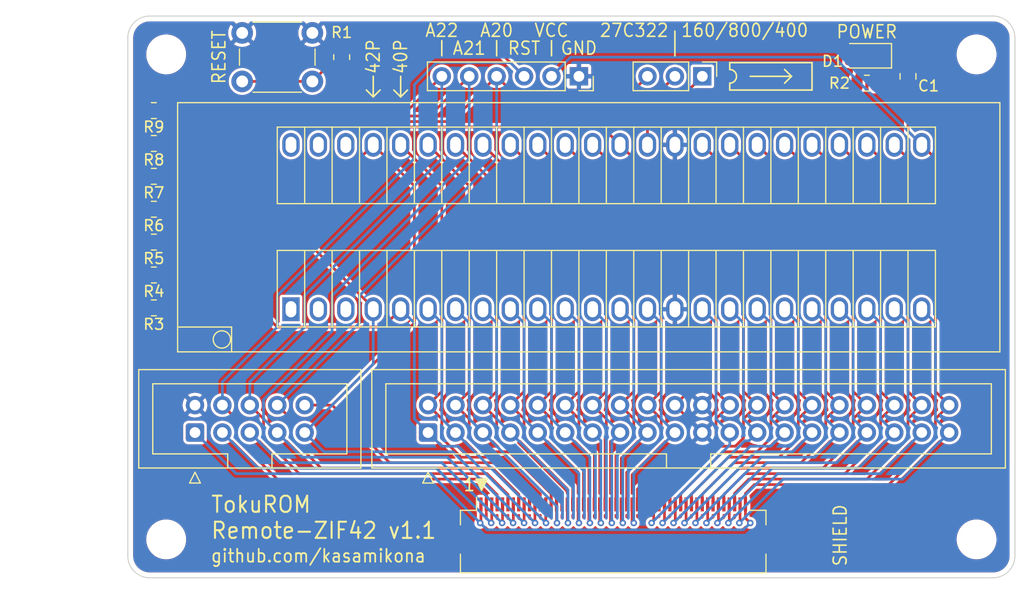
<source format=kicad_pcb>
(kicad_pcb (version 20221018) (generator pcbnew)
  (title_block (title "TokuROM Remote-ZIF42") (rev "1.1") (company "github.com/kasamikona/TokuROM"))
  (layers (0 "F.Cu" signal) (31 "B.Cu" signal) (34 "B.Paste" user) (35 "F.Paste" user) (36 "B.SilkS" user "B.Silkscreen") (37 "F.SilkS" user "F.Silkscreen") (38 "B.Mask" user) (39 "F.Mask" user) (44 "Edge.Cuts" user))
  (net 0 "")
  (net 1 "/A17")
  (net 2 "/A8")
  (net 3 "/A7")
  (net 4 "/A9")
  (net 5 "/A6")
  (net 6 "/A10")
  (net 7 "/A5")
  (net 8 "/A11")
  (net 9 "/A4")
  (net 10 "/A12")
  (net 11 "/A3")
  (net 12 "/A13")
  (net 13 "/A2")
  (net 14 "/A14")
  (net 15 "/A1")
  (net 16 "/A15")
  (net 17 "/A0")
  (net 18 "/A16")
  (net 19 "/CE")
  (net 20 "/BYTE")
  (net 21 "/GND")
  (net 22 "/OE")
  (net 23 "/D15")
  (net 24 "/D0")
  (net 25 "/D7")
  (net 26 "/D8")
  (net 27 "/D14")
  (net 28 "/D1")
  (net 29 "/D6")
  (net 30 "/D9")
  (net 31 "/D13")
  (net 32 "/D2")
  (net 33 "/D5")
  (net 34 "/D10")
  (net 35 "/D12")
  (net 36 "/D3")
  (net 37 "/D4")
  (net 38 "/D11")
  (net 39 "/VCC")
  (net 40 "/A21")
  (net 41 "/A18")
  (net 42 "/A19")
  (net 43 "/A20")
  (net 44 "/A22")
  (net 45 "/TRESET")
  (net 46 "/BYTE_A20")
  (net 47 "Net-(D1-A)")
  (net 54 "Net-(R1-Pad2)")
  (net 55 "/NC2")
  (net 56 "/NC1")
  (footprint "Resistor_SMD:R_0805_2012Metric" (layer "F.Cu") (at 27.94 40.005 180)
    (fp_text reference "R4")
    (fp_text value "10K")
  )
  (footprint "Connector_IDC:IDC-Header_2x05_P2.54mm_Vertical" (layer "F.Cu") (at 31.75 54.61 90)
    (fp_text reference "J3" hide)
    (fp_text value "IDC-10")
  )
  (footprint "Capacitor_SMD:C_0805_2012Metric" (layer "F.Cu") (at 97.79 21.59 90)
    (fp_text reference "C1")
    (fp_text value "100n")
  )
  (footprint "Connector_PinHeader_2.54mm:PinHeader_1x03_P2.54mm_Vertical" (layer "F.Cu") (at 78.74 21.59 -90)
    (fp_text reference "JP1" hide)
    (fp_text value "16M/32M")
  )
  (footprint "Tokurom-Parts:SolderPad-Large_Custom" (layer "F.Cu") (at 88.9 64.135 180)
    (fp_text reference "J6" hide)
    (fp_text value "SHIELD")
  )
  (footprint "Resistor_SMD:R_0805_2012Metric" (layer "F.Cu") (at 27.94 27.813 180)
    (fp_text reference "R8")
    (fp_text value "10K")
  )
  (footprint "Button_Switch_THT:SW_PUSH_6mm_H5mm" (layer "F.Cu") (at 42.62 22.062 180)
    (fp_text reference "SW1" hide)
    (fp_text value "RESET")
  )
  (footprint "MountingHole:MountingHole_3.2mm_M3" (layer "F.Cu") (at 29.083 19.558)
    (fp_text reference "H1" hide)
    (fp_text value "M3")
  )
  (footprint "LED_SMD:LED_1206_3216Metric" (layer "F.Cu") (at 93.98 19.685 180)
    (fp_text reference "D1")
    (fp_text value "LED")
  )
  (footprint "Connector_IDC:IDC-Header_2x20_P2.54mm_Vertical" (layer "F.Cu") (at 53.34 54.61 90)
    (fp_text reference "J4" hide)
    (fp_text value "IDC-40")
  )
  (footprint "Resistor_SMD:R_0805_2012Metric" (layer "F.Cu") (at 27.94 33.909 180)
    (fp_text reference "R6")
    (fp_text value "10K")
  )
  (footprint "Resistor_SMD:R_0805_2012Metric" (layer "F.Cu") (at 27.94 24.765 180)
    (fp_text reference "R9")
    (fp_text value "10K")
  )
  (footprint "MountingHole:MountingHole_3.2mm_M3" (layer "F.Cu") (at 104.14 64.516)
    (fp_text reference "H4" hide)
    (fp_text value "M3")
  )
  (footprint "Resistor_SMD:R_0805_2012Metric" (layer "F.Cu") (at 27.94 36.957 180)
    (fp_text reference "R5")
    (fp_text value "10K")
  )
  (footprint "Resistor_SMD:R_0805_2012Metric" (layer "F.Cu") (at 27.94 30.861 180)
    (fp_text reference "R7")
    (fp_text value "10K")
  )
  (footprint "Resistor_SMD:R_0805_2012Metric" (layer "F.Cu") (at 45.339 19.812 -90)
    (fp_text reference "R1")
    (fp_text value "1K")
  )
  (footprint "Tokurom-Parts:FFC-50" (layer "F.Cu") (at 70.485 63.119)
    (fp_text reference "J5" hide)
    (fp_text value "FFC-50")
  )
  (footprint "Resistor_SMD:R_0805_2012Metric" (layer "F.Cu") (at 27.94 43.053 180)
    (fp_text reference "R3")
    (fp_text value "10K")
  )
  (footprint "Tokurom-Parts:ZIF-Socket-48P" (layer "F.Cu") (at 40.64 43.18 90)
    (fp_text reference "J1" hide)
    (fp_text value "ZIF-48")
  )
  (footprint "Connector_PinSocket_2.54mm:PinSocket_1x06_P2.54mm_Vertical" (layer "F.Cu") (at 67.31 21.59 -90)
    (fp_text reference "J2" hide)
    (fp_text value "EXTRA")
  )
  (footprint "MountingHole:MountingHole_3.2mm_M3" (layer "F.Cu") (at 104.14 19.558)
    (fp_text reference "H2" hide)
    (fp_text value "M3")
  )
  (footprint "MountingHole:MountingHole_3.2mm_M3" (layer "F.Cu") (at 29.083 64.516)
    (fp_text reference "H3" hide)
    (fp_text value "M3")
  )
  (footprint "Resistor_SMD:R_0805_2012Metric" (layer "F.Cu") (at 93.98 22.225 180)
    (fp_text reference "R2")
    (fp_text value "10K")
  )
  (gr_line (start 81.28 22.86) (end 81.28 22.225) (stroke (width 0.15)) (layer "F.SilkS"))
  (gr_line (start 76.2 17.399) (end 76.2 19.685) (stroke (width 0.15)) (layer "F.SilkS"))
  (gr_line (start 54.61 18.288) (end 54.61 19.685) (stroke (width 0.15)) (layer "F.SilkS"))
  (gr_line (start 86.36 20.955) (end 86.995 21.59) (stroke (width 0.15)) (layer "F.SilkS"))
  (gr_poly (pts (xy 58.293 59.944) (xy 58.801 58.928) (xy 57.785 58.928)) (stroke (width 0.15)) (fill solid) (layer "F.SilkS"))
  (gr_line (start 50.8 23.495) (end 50.8 21.59) (stroke (width 0.15)) (layer "F.SilkS"))
  (gr_line (start 81.28 20.32) (end 81.28 20.955) (stroke (width 0.15)) (layer "F.SilkS"))
  (gr_line (start 48.895 22.86) (end 48.26 23.495) (stroke (width 0.15)) (layer "F.SilkS"))
  (gr_line (start 48.26 23.495) (end 48.26 21.59) (stroke (width 0.15)) (layer "F.SilkS"))
  (gr_arc (start 81.28 20.955) (mid 81.915 21.59) (end 81.28 22.225) (stroke (width 0.15)) (layer "F.SilkS"))
  (gr_line (start 86.995 21.59) (end 86.36 22.225) (stroke (width 0.15)) (layer "F.SilkS"))
  (gr_line (start 83.185 21.59) (end 86.995 21.59) (stroke (width 0.15)) (layer "F.SilkS"))
  (gr_line (start 50.8 23.495) (end 50.165 22.86) (stroke (width 0.15)) (layer "F.SilkS"))
  (gr_line (start 88.9 20.32) (end 81.28 20.32) (stroke (width 0.15)) (layer "F.SilkS"))
  (gr_line (start 59.69 18.288) (end 59.69 19.685) (stroke (width 0.15)) (layer "F.SilkS"))
  (gr_line (start 48.26 23.495) (end 47.625 22.86) (stroke (width 0.15)) (layer "F.SilkS"))
  (gr_line (start 88.9 22.86) (end 88.9 20.32) (stroke (width 0.15)) (layer "F.SilkS"))
  (gr_line (start 64.77 18.288) (end 64.77 19.685) (stroke (width 0.15)) (layer "F.SilkS"))
  (gr_line (start 81.28 22.86) (end 88.9 22.86) (stroke (width 0.15)) (layer "F.SilkS"))
  (gr_line (start 51.435 22.86) (end 50.8 23.495) (stroke (width 0.15)) (layer "F.SilkS"))
  (gr_line (start 107.696 18.034) (end 107.696 66.04) (stroke (width 0.1)) (layer "Edge.Cuts"))
  (gr_arc (start 27.559 68.072) (mid 26.122159 67.476841) (end 25.527 66.04) (stroke (width 0.1)) (layer "Edge.Cuts"))
  (gr_line (start 27.559 16.002) (end 105.664 16.002) (stroke (width 0.1)) (layer "Edge.Cuts"))
  (gr_arc (start 25.527 18.034) (mid 26.122159 16.597159) (end 27.559 16.002) (stroke (width 0.1)) (layer "Edge.Cuts"))
  (gr_arc (start 107.696 66.04) (mid 107.100841 67.476841) (end 105.664 68.072) (stroke (width 0.1)) (layer "Edge.Cuts"))
  (gr_line (start 25.527 66.04) (end 25.527 18.034) (stroke (width 0.1)) (layer "Edge.Cuts"))
  (gr_arc (start 105.664 16.002) (mid 107.100841 16.597159) (end 107.696 18.034) (stroke (width 0.1)) (layer "Edge.Cuts"))
  (gr_line (start 105.664 68.072) (end 27.559 68.072) (stroke (width 0.1)) (layer "Edge.Cuts"))
  (gr_text "1" (at 57.785 59.436) (layer "F.SilkS") (effects (font (size 1.2 1.1)) (justify right)))
  (gr_text "42P" (at 48.26 21.463 90) (layer "F.SilkS") (effects (font (size 1.2 1.1)) (justify left)))
  (gr_text "160/800/400" (at 76.708 18.034) (layer "F.SilkS") (effects (font (size 1.2 1.1)) (justify left bottom)))
  (gr_text "SHIELD" (at 90.805 64.135 90) (layer "F.SilkS") (effects (font (size 1.2 1.1)) (justify top)))
  (gr_text "TokuROM\nRemote-ZIF42 v${REVISION}" (at 33.147 62.484) (layer "F.SilkS") (effects (font (size 1.5 1.4) (thickness 0.188)) (justify left)))
  (gr_text "A21" (at 57.15 19.685) (layer "F.SilkS") (effects (font (size 1.2 1.1)) (justify bottom)))
  (gr_text "POWER" (at 93.98 18.161) (layer "F.SilkS") (effects (font (size 1.2 1.1)) (justify bottom)))
  (gr_text "40P" (at 50.8 21.463 90) (layer "F.SilkS") (effects (font (size 1.2 1.1)) (justify left)))
  (gr_text "27C322" (at 75.692 18.034) (layer "F.SilkS") (effects (font (size 1.2 1.1)) (justify right bottom)))
  (gr_text "github.com/kasamikona" (at 33.147 66.04) (layer "F.SilkS") (effects (font (size 1.2 1.1) (thickness 0.158)) (justify left)))
  (gr_text "VCC" (at 64.77 18.034) (layer "F.SilkS") (effects (font (size 1.2 1.1)) (justify bottom)))
  (gr_text "GND" (at 67.31 19.685) (layer "F.SilkS") (effects (font (size 1.2 1.1)) (justify bottom)))
  (gr_text "A22" (at 54.61 18.034) (layer "F.SilkS") (effects (font (size 1.2 1.1)) (justify bottom)))
  (gr_text "RESET" (at 34.671 19.812 90) (layer "F.SilkS") (effects (font (size 1.2 1.1)) (justify bottom)))
  (gr_text "A20" (at 59.69 18.034) (layer "F.SilkS") (effects (font (size 1.2 1.1)) (justify bottom)))
  (gr_text "RST" (at 62.23 19.685) (layer "F.SilkS") (effects (font (size 1.2 1.1)) (justify bottom)))
  (segment (start 49.149 44.831) (end 50.8 43.18) (width 0.25) (layer "F.Cu") (net 1))
  (segment (start 34.544 40.005) (end 39.37 44.831) (width 0.25) (layer "F.Cu") (net 1))
  (segment (start 39.37 44.831) (end 49.149 44.831) (width 0.25) (layer "F.Cu") (net 1))
  (segment (start 63.235 61.269) (end 63.235 62.981) (width 0.25) (layer "F.Cu") (net 1))
  (segment (start 63.235 62.981) (end 63.246 62.992) (width 0.25) (layer "F.Cu") (net 1))
  (segment (start 28.8525 40.005) (end 34.544 40.005) (width 0.25) (layer "F.Cu") (net 1))
  (via (at 63.246 62.992) (size 0.6) (drill 0.3) (layers "F.Cu" "B.Cu") (net 1))
  (segment (start 63.246 62.992) (end 56.134 55.88) (width 0.25) (layer "B.Cu") (net 1))
  (segment (start 52.07 44.45) (end 52.07 53.34) (width 0.25) (layer "B.Cu") (net 1))
  (segment (start 56.134 55.88) (end 54.61 55.88) (width 0.25) (layer "B.Cu") (net 1))
  (segment (start 54.61 55.88) (end 53.34 54.61) (width 0.25) (layer "B.Cu") (net 1))
  (segment (start 52.07 53.34) (end 53.34 54.61) (width 0.25) (layer "B.Cu") (net 1))
  (segment (start 50.8 43.18) (end 52.07 44.45) (width 0.25) (layer "B.Cu") (net 1))
  (segment (start 63.735 61.269) (end 63.735 60.306) (width 0.25) (layer "F.Cu") (net 2))
  (segment (start 60.325 56.896) (end 56.388 56.896) (width 0.25) (layer "F.Cu") (net 2))
  (segment (start 54.61 55.118) (end 54.61 53.34) (width 0.25) (layer "F.Cu") (net 2))
  (segment (start 54.61 53.34) (end 53.34 52.07) (width 0.25) (layer "F.Cu") (net 2))
  (segment (start 56.388 56.896) (end 54.61 55.118) (width 0.25) (layer "F.Cu") (net 2))
  (segment (start 53.34 52.07) (end 54.61 50.8) (width 0.25) (layer "F.Cu") (net 2))
  (segment (start 63.735 60.306) (end 60.325 56.896) (width 0.25) (layer "F.Cu") (net 2))
  (segment (start 54.61 50.8) (end 54.61 31.75) (width 0.25) (layer "F.Cu") (net 2))
  (segment (start 54.61 31.75) (end 50.8 27.94) (width 0.25) (layer "F.Cu") (net 2))
  (segment (start 64.235 61.269) (end 64.235 62.965) (width 0.25) (layer "F.Cu") (net 3))
  (segment (start 64.235 62.965) (end 64.262 62.992) (width 0.25) (layer "F.Cu") (net 3))
  (via (at 64.262 62.992) (size 0.6) (drill 0.3) (layers "F.Cu" "B.Cu") (net 3))
  (segment (start 53.34 43.18) (end 54.61 44.45) (width 0.25) (layer "B.Cu") (net 3))
  (segment (start 64.262 62.992) (end 55.88 54.61) (width 0.25) (layer "B.Cu") (net 3))
  (segment (start 54.61 53.34) (end 55.88 54.61) (width 0.25) (layer "B.Cu") (net 3))
  (segment (start 54.61 44.45) (end 54.61 53.34) (width 0.25) (layer "B.Cu") (net 3))
  (segment (start 57.15 50.8) (end 57.15 31.75) (width 0.25) (layer "F.Cu") (net 4))
  (segment (start 64.735 60.29) (end 60.833 56.388) (width 0.25) (layer "F.Cu") (net 4))
  (segment (start 60.833 56.388) (end 58.42 56.388) (width 0.25) (layer "F.Cu") (net 4))
  (segment (start 57.15 55.118) (end 57.15 53.34) (width 0.25) (layer "F.Cu") (net 4))
  (segment (start 58.42 56.388) (end 57.15 55.118) (width 0.25) (layer "F.Cu") (net 4))
  (segment (start 57.15 31.75) (end 53.34 27.94) (width 0.25) (layer "F.Cu") (net 4))
  (segment (start 64.735 61.269) (end 64.735 60.29) (width 0.25) (layer "F.Cu") (net 4))
  (segment (start 57.15 53.34) (end 55.88 52.07) (width 0.25) (layer "F.Cu") (net 4))
  (segment (start 55.88 52.07) (end 57.15 50.8) (width 0.25) (layer "F.Cu") (net 4))
  (segment (start 65.235 61.269) (end 65.235 62.949) (width 0.25) (layer "F.Cu") (net 5))
  (segment (start 65.235 62.949) (end 65.278 62.992) (width 0.25) (layer "F.Cu") (net 5))
  (via (at 65.278 62.992) (size 0.6) (drill 0.3) (layers "F.Cu" "B.Cu") (net 5))
  (segment (start 55.88 43.18) (end 57.15 44.45) (width 0.25) (layer "B.Cu") (net 5))
  (segment (start 57.15 53.34) (end 58.42 54.61) (width 0.25) (layer "B.Cu") (net 5))
  (segment (start 65.278 62.992) (end 65.278 61.468) (width 0.25) (layer "B.Cu") (net 5))
  (segment (start 57.15 44.45) (end 57.15 53.34) (width 0.25) (layer "B.Cu") (net 5))
  (segment (start 65.278 61.468) (end 58.42 54.61) (width 0.25) (layer "B.Cu") (net 5))
  (segment (start 59.69 31.75) (end 55.88 27.94) (width 0.25) (layer "F.Cu") (net 6))
  (segment (start 65.735 61.269) (end 65.735 60.274) (width 0.25) (layer "F.Cu") (net 6))
  (segment (start 65.735 60.274) (end 61.341 55.88) (width 0.25) (layer "F.Cu") (net 6))
  (segment (start 61.341 55.88) (end 60.452 55.88) (width 0.25) (layer "F.Cu") (net 6))
  (segment (start 59.69 55.118) (end 59.69 53.34) (width 0.25) (layer "F.Cu") (net 6))
  (segment (start 58.42 52.07) (end 59.69 50.8) (width 0.25) (layer "F.Cu") (net 6))
  (segment (start 59.69 50.8) (end 59.69 31.75) (width 0.25) (layer "F.Cu") (net 6))
  (segment (start 59.69 53.34) (end 58.42 52.07) (width 0.25) (layer "F.Cu") (net 6))
  (segment (start 60.452 55.88) (end 59.69 55.118) (width 0.25) (layer "F.Cu") (net 6))
  (segment (start 66.294 62.992) (end 66.235 62.933) (width 0.25) (layer "F.Cu") (net 7))
  (segment (start 66.235 62.933) (end 66.235 61.269) (width 0.25) (layer "F.Cu") (net 7))
  (via (at 66.294 62.992) (size 0.6) (drill 0.3) (layers "F.Cu" "B.Cu") (net 7))
  (segment (start 59.69 53.34) (end 60.96 54.61) (width 0.25) (layer "B.Cu") (net 7))
  (segment (start 59.69 44.45) (end 59.69 53.34) (width 0.25) (layer "B.Cu") (net 7))
  (segment (start 66.294 62.992) (end 66.294 59.944) (width 0.25) (layer "B.Cu") (net 7))
  (segment (start 58.42 43.18) (end 59.69 44.45) (width 0.25) (layer "B.Cu") (net 7))
  (segment (start 66.294 59.944) (end 60.96 54.61) (width 0.25) (layer "B.Cu") (net 7))
  (segment (start 62.23 50.8) (end 62.23 31.75) (width 0.25) (layer "F.Cu") (net 8))
  (segment (start 62.23 31.75) (end 58.42 27.94) (width 0.25) (layer "F.Cu") (net 8))
  (segment (start 62.23 53.34) (end 60.96 52.07) (width 0.25) (layer "F.Cu") (net 8))
  (segment (start 66.735 61.269) (end 66.735 59.623) (width 0.25) (layer "F.Cu") (net 8))
  (segment (start 66.735 59.623) (end 62.23 55.118) (width 0.25) (layer "F.Cu") (net 8))
  (segment (start 62.23 55.118) (end 62.23 53.34) (width 0.25) (layer "F.Cu") (net 8))
  (segment (start 60.96 52.07) (end 62.23 50.8) (width 0.25) (layer "F.Cu") (net 8))
  (segment (start 67.235 62.917) (end 67.235 61.269) (width 0.25) (layer "F.Cu") (net 9))
  (segment (start 67.31 62.992) (end 67.235 62.917) (width 0.25) (layer "F.Cu") (net 9))
  (via (at 67.31 62.992) (size 0.6) (drill 0.3) (layers "F.Cu" "B.Cu") (net 9))
  (segment (start 62.23 53.34) (end 63.5 54.61) (width 0.25) (layer "B.Cu") (net 9))
  (segment (start 67.31 58.42) (end 63.5 54.61) (width 0.25) (layer "B.Cu") (net 9))
  (segment (start 67.31 62.992) (end 67.31 58.42) (width 0.25) (layer "B.Cu") (net 9))
  (segment (start 62.23 44.45) (end 62.23 53.34) (width 0.25) (layer "B.Cu") (net 9))
  (segment (start 60.96 43.18) (end 62.23 44.45) (width 0.25) (layer "B.Cu") (net 9))
  (segment (start 63.5 52.07) (end 64.77 50.8) (width 0.25) (layer "F.Cu") (net 10))
  (segment (start 64.77 31.75) (end 60.96 27.94) (width 0.25) (layer "F.Cu") (net 10))
  (segment (start 64.77 55.118) (end 64.77 53.34) (width 0.25) (layer "F.Cu") (net 10))
  (segment (start 67.735 61.269) (end 67.735 58.083) (width 0.25) (layer "F.Cu") (net 10))
  (segment (start 64.77 50.8) (end 64.77 31.75) (width 0.25) (layer "F.Cu") (net 10))
  (segment (start 67.735 58.083) (end 64.77 55.118) (width 0.25) (layer "F.Cu") (net 10))
  (segment (start 64.77 53.34) (end 63.5 52.07) (width 0.25) (layer "F.Cu") (net 10))
  (segment (start 68.235 62.901) (end 68.326 62.992) (width 0.25) (layer "F.Cu") (net 11))
  (segment (start 68.235 61.269) (end 68.235 62.901) (width 0.25) (layer "F.Cu") (net 11))
  (via (at 68.326 62.992) (size 0.6) (drill 0.3) (layers "F.Cu" "B.Cu") (net 11))
  (segment (start 68.326 56.896) (end 66.04 54.61) (width 0.25) (layer "B.Cu") (net 11))
  (segment (start 64.77 53.34) (end 66.04 54.61) (width 0.25) (layer "B.Cu") (net 11))
  (segment (start 64.77 44.45) (end 64.77 53.34) (width 0.25) (layer "B.Cu") (net 11))
  (segment (start 63.5 43.18) (end 64.77 44.45) (width 0.25) (layer "B.Cu") (net 11))
  (segment (start 68.326 62.992) (end 68.326 56.896) (width 0.25) (layer "B.Cu") (net 11))
  (segment (start 67.31 53.34) (end 66.04 52.07) (width 0.25) (layer "F.Cu") (net 12))
  (segment (start 67.31 31.75) (end 63.5 27.94) (width 0.25) (layer "F.Cu") (net 12))
  (segment (start 68.735 61.269) (end 68.735 56.543) (width 0.25) (layer "F.Cu") (net 12))
  (segment (start 67.31 55.118) (end 67.31 53.34) (width 0.25) (layer "F.Cu") (net 12))
  (segment (start 66.04 52.07) (end 67.31 50.8) (width 0.25) (layer "F.Cu") (net 12))
  (segment (start 67.31 50.8) (end 67.31 31.75) (width 0.25) (layer "F.Cu") (net 12))
  (segment (start 68.735 56.543) (end 67.31 55.118) (width 0.25) (layer "F.Cu") (net 12))
  (segment (start 69.235 62.885) (end 69.342 62.992) (width 0.25) (layer "F.Cu") (net 13))
  (segment (start 69.235 61.269) (end 69.235 62.885) (width 0.25) (layer "F.Cu") (net 13))
  (via (at 69.342 62.992) (size 0.6) (drill 0.3) (layers "F.Cu" "B.Cu") (net 13))
  (segment (start 69.342 55.372) (end 68.58 54.61) (width 0.25) (layer "B.Cu") (net 13))
  (segment (start 69.342 62.992) (end 69.342 55.372) (width 0.25) (layer "B.Cu") (net 13))
  (segment (start 66.04 43.18) (end 67.31 44.45) (width 0.25) (layer "B.Cu") (net 13))
  (segment (start 67.31 53.34) (end 68.58 54.61) (width 0.25) (layer "B.Cu") (net 13))
  (segment (start 67.31 44.45) (end 67.31 53.34) (width 0.25) (layer "B.Cu") (net 13))
  (segment (start 68.58 52.07) (end 69.85 50.8) (width 0.25) (layer "F.Cu") (net 14))
  (segment (start 69.735 55.233) (end 69.85 55.118) (width 0.25) (layer "F.Cu") (net 14))
  (segment (start 69.85 31.75) (end 66.04 27.94) (width 0.25) (layer "F.Cu") (net 14))
  (segment (start 69.85 53.34) (end 68.58 52.07) (width 0.25) (layer "F.Cu") (net 14))
  (segment (start 69.85 55.118) (end 69.85 53.34) (width 0.25) (layer "F.Cu") (net 14))
  (segment (start 69.735 61.269) (end 69.735 55.233) (width 0.25) (layer "F.Cu") (net 14))
  (segment (start 69.85 50.8) (end 69.85 31.75) (width 0.25) (layer "F.Cu") (net 14))
  (segment (start 70.235 61.269) (end 70.235 62.869) (width 0.25) (layer "F.Cu") (net 15))
  (segment (start 70.235 62.869) (end 70.358 62.992) (width 0.25) (layer "F.Cu") (net 15))
  (via (at 70.358 62.992) (size 0.6) (drill 0.3) (layers "F.Cu" "B.Cu") (net 15))
  (segment (start 68.58 43.18) (end 69.85 44.45) (width 0.25) (layer "B.Cu") (net 15))
  (segment (start 69.85 53.34) (end 71.12 54.61) (width 0.25) (layer "B.Cu") (net 15))
  (segment (start 70.358 62.992) (end 70.358 55.372) (width 0.25) (layer "B.Cu") (net 15))
  (segment (start 69.85 44.45) (end 69.85 53.34) (width 0.25) (layer "B.Cu") (net 15))
  (segment (start 70.358 55.372) (end 71.12 54.61) (width 0.25) (layer "B.Cu") (net 15))
  (segment (start 72.39 55.118) (end 70.735 56.773) (width 0.25) (layer "F.Cu") (net 16))
  (segment (start 71.12 52.07) (end 72.39 53.34) (width 0.25) (layer "F.Cu") (net 16))
  (segment (start 72.39 53.34) (end 72.39 55.118) (width 0.25) (layer "F.Cu") (net 16))
  (segment (start 71.12 52.07) (end 72.39 50.8) (width 0.25) (layer "F.Cu") (net 16))
  (segment (start 70.735 56.773) (end 70.735 61.269) (width 0.25) (layer "F.Cu") (net 16))
  (segment (start 72.39 31.75) (end 68.58 27.94) (width 0.25) (layer "F.Cu") (net 16))
  (segment (start 72.39 50.8) (end 72.39 31.75) (width 0.25) (layer "F.Cu") (net 16))
  (segment (start 71.235 62.853) (end 71.374 62.992) (width 0.25) (layer "F.Cu") (net 17))
  (segment (start 71.235 61.269) (end 71.235 62.853) (width 0.25) (layer "F.Cu") (net 17))
  (via (at 71.374 62.992) (size 0.6) (drill 0.3) (layers "F.Cu" "B.Cu") (net 17))
  (segment (start 72.39 44.45) (end 72.39 53.34) (width 0.25) (layer "B.Cu") (net 17))
  (segment (start 71.374 56.896) (end 73.66 54.61) (width 0.25) (layer "B.Cu") (net 17))
  (segment (start 72.39 53.34) (end 73.66 54.61) (width 0.25) (layer "B.Cu") (net 17))
  (segment (start 71.12 43.18) (end 72.39 44.45) (width 0.25) (layer "B.Cu") (net 17))
  (segment (start 71.374 62.992) (end 71.374 56.896) (width 0.25) (layer "B.Cu") (net 17))
  (segment (start 29.083 32.385) (end 28.575 32.385) (width 0.25) (layer "F.Cu") (net 18))
  (segment (start 74.93 50.8) (end 74.93 31.75) (width 0.25) (layer "F.Cu") (net 18))
  (segment (start 74.93 31.75) (end 71.12 27.94) (width 0.25) (layer "F.Cu") (net 18))
  (segment (start 35.179 26.289) (end 29.083 32.385) (width 0.25) (layer "F.Cu") (net 18))
  (segment (start 71.12 27.94) (end 69.469 26.289) (width 0.25) (layer "F.Cu") (net 18))
  (segment (start 28.575 32.385) (end 27.94 33.02) (width 0.25) (layer "F.Cu") (net 18))
  (segment (start 73.66 52.07) (end 74.93 50.8) (width 0.25) (layer "F.Cu") (net 18))
  (segment (start 27.94 42.1405) (end 28.8525 43.053) (width 0.25) (layer "F.Cu") (net 18))
  (segment (start 74.93 53.34) (end 74.93 55.118) (width 0.25) (layer "F.Cu") (net 18))
  (segment (start 71.735 58.313) (end 71.735 61.269) (width 0.25) (layer "F.Cu") (net 18))
  (segment (start 69.469 26.289) (end 35.179 26.289) (width 0.25) (layer "F.Cu") (net 18))
  (segment (start 27.94 33.02) (end 27.94 42.1405) (width 0.25) (layer "F.Cu") (net 18))
  (segment (start 74.93 55.118) (end 71.735 58.313) (width 0.25) (layer "F.Cu") (net 18))
  (segment (start 73.66 52.07) (end 74.93 53.34) (width 0.25) (layer "F.Cu") (net 18))
  (segment (start 72.235 62.837) (end 72.39 62.992) (width 0.25) (layer "F.Cu") (net 19))
  (segment (start 72.235 61.269) (end 72.235 62.837) (width 0.25) (layer "F.Cu") (net 19))
  (via (at 72.39 62.992) (size 0.6) (drill 0.3) (layers "F.Cu" "B.Cu") (net 19))
  (segment (start 72.39 62.992) (end 72.39 58.42) (width 0.25) (layer "B.Cu") (net 19))
  (segment (start 73.66 43.18) (end 74.93 44.45) (width 0.25) (layer "B.Cu") (net 19))
  (segment (start 74.93 53.34) (end 76.2 54.61) (width 0.25) (layer "B.Cu") (net 19))
  (segment (start 74.93 44.45) (end 74.93 53.34) (width 0.25) (layer "B.Cu") (net 19))
  (segment (start 72.39 58.42) (end 76.2 54.61) (width 0.25) (layer "B.Cu") (net 19))
  (segment (start 77.47 53.34) (end 77.47 55.118) (width 0.25) (layer "F.Cu") (net 20))
  (segment (start 76.2 52.07) (end 77.47 53.34) (width 0.25) (layer "F.Cu") (net 20))
  (segment (start 77.47 22.86) (end 77.47 50.8) (width 0.25) (layer "F.Cu") (net 20))
  (segment (start 72.735 59.853) (end 72.735 61.269) (width 0.25) (layer "F.Cu") (net 20))
  (segment (start 77.47 55.118) (end 72.735 59.853) (width 0.25) (layer "F.Cu") (net 20))
  (segment (start 78.74 21.59) (end 77.47 22.86) (width 0.25) (layer "F.Cu") (net 20))
  (segment (start 77.47 50.8) (end 76.2 52.07) (width 0.25) (layer "F.Cu") (net 20))
  (segment (start 74.235 62.798) (end 74.041 62.992) (width 0.25) (layer "F.Cu") (net 22))
  (segment (start 74.235 61.269) (end 74.235 62.798) (width 0.25) (layer "F.Cu") (net 22))
  (via (at 74.041 62.992) (size 0.6) (drill 0.3) (layers "F.Cu" "B.Cu") (net 22))
  (segment (start 80.01 44.45) (end 80.01 53.34) (width 0.25) (layer "B.Cu") (net 22))
  (segment (start 78.74 43.18) (end 80.01 44.45) (width 0.25) (layer "B.Cu") (net 22))
  (segment (start 80.01 53.34) (end 81.28 54.61) (width 0.25) (layer "B.Cu") (net 22))
  (segment (start 81.28 55.753) (end 81.28 54.61) (width 0.25) (layer "B.Cu") (net 22))
  (segment (start 74.041 62.992) (end 81.28 55.753) (width 0.25) (layer "B.Cu") (net 22))
  (segment (start 81.28 52.07) (end 80.01 53.34) (width 0.25) (layer "F.Cu") (net 23))
  (segment (start 80.01 55.118) (end 74.735 60.393) (width 0.25) (layer "F.Cu") (net 23))
  (segment (start 80.01 53.34) (end 80.01 55.118) (width 0.25) (layer "F.Cu") (net 23))
  (segment (start 80.01 29.21) (end 80.01 50.8) (width 0.25) (layer "F.Cu") (net 23))
  (segment (start 78.74 27.94) (end 80.01 29.21) (width 0.25) (layer "F.Cu") (net 23))
  (segment (start 80.01 50.8) (end 81.28 52.07) (width 0.25) (layer "F.Cu") (net 23))
  (segment (start 74.735 60.393) (end 74.735 61.269) (width 0.25) (layer "F.Cu") (net 23))
  (segment (start 75.235 62.814) (end 75.057 62.992) (width 0.25) (layer "F.Cu") (net 24))
  (segment (start 75.235 61.269) (end 75.235 62.814) (width 0.25) (layer "F.Cu") (net 24))
  (via (at 75.057 62.992) (size 0.6) (drill 0.3) (layers "F.Cu" "B.Cu") (net 24))
  (segment (start 81.28 43.18) (end 82.55 44.45) (width 0.25) (layer "B.Cu") (net 24))
  (segment (start 75.057 62.992) (end 82.677 55.372) (width 0.25) (layer "B.Cu") (net 24))
  (segment (start 82.55 53.34) (end 83.82 54.61) (width 0.25) (layer "B.Cu") (net 24))
  (segment (start 82.55 44.45) (end 82.55 53.34) (width 0.25) (layer "B.Cu") (net 24))
  (segment (start 83.058 55.372) (end 83.82 54.61) (width 0.25) (layer "B.Cu") (net 24))
  (segment (start 82.677 55.372) (end 83.058 55.372) (width 0.25) (layer "B.Cu") (net 24))
  (segment (start 75.735 61.269) (end 75.735 60.282) (width 0.25) (layer "F.Cu") (net 25))
  (segment (start 75.735 60.282) (end 80.137 55.88) (width 0.25) (layer "F.Cu") (net 25))
  (segment (start 81.28 27.94) (end 82.55 29.21) (width 0.25) (layer "F.Cu") (net 25))
  (segment (start 82.55 29.21) (end 82.55 50.8) (width 0.25) (layer "F.Cu") (net 25))
  (segment (start 83.82 52.07) (end 82.55 53.34) (width 0.25) (layer "F.Cu") (net 25))
  (segment (start 82.55 50.8) (end 83.82 52.07) (width 0.25) (layer "F.Cu") (net 25))
  (segment (start 82.55 53.34) (end 82.55 55.118) (width 0.25) (layer "F.Cu") (net 25))
  (segment (start 81.788 55.88) (end 80.137 55.88) (width 0.25) (layer "F.Cu") (net 25))
  (segment (start 82.55 55.118) (end 81.788 55.88) (width 0.25) (layer "F.Cu") (net 25))
  (segment (start 76.235 61.269) (end 76.235 62.83) (width 0.25) (layer "F.Cu") (net 26))
  (segment (start 76.235 62.83) (end 76.073 62.992) (width 0.25) (layer "F.Cu") (net 26))
  (via (at 76.073 62.992) (size 0.6) (drill 0.3) (layers "F.Cu" "B.Cu") (net 26))
  (segment (start 83.82 43.18) (end 85.09 44.45) (width 0.25) (layer "B.Cu") (net 26))
  (segment (start 85.09 53.34) (end 86.36 54.61) (width 0.25) (layer "B.Cu") (net 26))
  (segment (start 85.09 44.45) (end 85.09 53.34) (width 0.25) (layer "B.Cu") (net 26))
  (segment (start 76.073 62.992) (end 83.185 55.88) (width 0.25) (layer "B.Cu") (net 26))
  (segment (start 85.09 55.88) (end 86.36 54.61) (width 0.25) (layer "B.Cu") (net 26))
  (segment (start 83.185 55.88) (end 85.09 55.88) (width 0.25) (layer "B.Cu") (net 26))
  (segment (start 76.735 61.269) (end 76.735 60.298) (width 0.25) (layer "F.Cu") (net 27))
  (segment (start 85.09 50.8) (end 86.36 52.07) (width 0.25) (layer "F.Cu") (net 27))
  (segment (start 85.09 55.118) (end 83.82 56.388) (width 0.25) (layer "F.Cu") (net 27))
  (segment (start 83.82 27.94) (end 85.09 29.21) (width 0.25) (layer "F.Cu") (net 27))
  (segment (start 85.09 29.21) (end 85.09 50.8) (width 0.25) (layer "F.Cu") (net 27))
  (segment (start 86.36 52.07) (end 85.09 53.34) (width 0.25) (layer "F.Cu") (net 27))
  (segment (start 85.09 53.34) (end 85.09 55.118) (width 0.25) (layer "F.Cu") (net 27))
  (segment (start 76.735 60.298) (end 80.645 56.388) (width 0.25) (layer "F.Cu") (net 27))
  (segment (start 83.82 56.388) (end 80.645 56.388) (width 0.25) (layer "F.Cu") (net 27))
  (segment (start 77.235 61.269) (end 77.235 62.846) (width 0.25) (layer "F.Cu") (net 28))
  (segment (start 77.235 62.846) (end 77.089 62.992) (width 0.25) (layer "F.Cu") (net 28))
  (via (at 77.089 62.992) (size 0.6) (drill 0.3) (layers "F.Cu" "B.Cu") (net 28))
  (segment (start 86.36 43.18) (end 87.63 44.45) (width 0.25) (layer "B.Cu") (net 28))
  (segment (start 77.089 62.992) (end 83.693 56.388) (width 0.25) (layer "B.Cu") (net 28))
  (segment (start 87.122 56.388) (end 88.9 54.61) (width 0.25) (layer "B.Cu") (net 28))
  (segment (start 83.693 56.388) (end 87.122 56.388) (width 0.25) (layer "B.Cu") (net 28))
  (segment (start 87.63 44.45) (end 87.63 53.34) (width 0.25) (layer "B.Cu") (net 28))
  (segment (start 87.63 53.34) (end 88.9 54.61) (width 0.25) (layer "B.Cu") (net 28))
  (segment (start 87.63 53.34) (end 87.63 55.118) (width 0.25) (layer "F.Cu") (net 29))
  (segment (start 87.63 55.118) (end 85.852 56.896) (width 0.25) (layer "F.Cu") (net 29))
  (segment (start 86.36 27.94) (end 87.63 29.21) (width 0.25) (layer "F.Cu") (net 29))
  (segment (start 87.63 29.21) (end 87.63 50.8) (width 0.25) (layer "F.Cu") (net 29))
  (segment (start 87.63 50.8) (end 88.9 52.07) (width 0.25) (layer "F.Cu") (net 29))
  (segment (start 88.9 52.07) (end 87.63 53.34) (width 0.25) (layer "F.Cu") (net 29))
  (segment (start 77.735 61.269) (end 77.735 60.314) (width 0.25) (layer "F.Cu") (net 29))
  (segment (start 85.852 56.896) (end 81.153 56.896) (width 0.25) (layer "F.Cu") (net 29))
  (segment (start 77.735 60.314) (end 81.153 56.896) (width 0.25) (layer "F.Cu") (net 29))
  (segment (start 78.235 61.269) (end 78.235 62.862) (width 0.25) (layer "F.Cu") (net 30))
  (segment (start 78.235 62.862) (end 78.105 62.992) (width 0.25) (layer "F.Cu") (net 30))
  (via (at 78.105 62.992) (size 0.6) (drill 0.3) (layers "F.Cu" "B.Cu") (net 30))
  (segment (start 78.105 62.992) (end 84.201 56.896) (width 0.25) (layer "B.Cu") (net 30))
  (segment (start 84.201 56.896) (end 89.154 56.896) (width 0.25) (layer "B.Cu") (net 30))
  (segment (start 90.17 53.34) (end 91.44 54.61) (width 0.25) (layer "B.Cu") (net 30))
  (segment (start 90.17 44.45) (end 90.17 53.34) (width 0.25) (layer "B.Cu") (net 30))
  (segment (start 89.154 56.896) (end 91.44 54.61) (width 0.25) (layer "B.Cu") (net 30))
  (segment (start 88.9 43.18) (end 90.17 44.45) (width 0.25) (layer "B.Cu") (net 30))
  (segment (start 78.735 61.269) (end 78.735 60.33) (width 0.25) (layer "F.Cu") (net 31))
  (segment (start 90.17 53.34) (end 91.44 52.07) (width 0.25) (layer "F.Cu") (net 31))
  (segment (start 87.884 57.404) (end 90.17 55.118) (width 0.25) (layer "F.Cu") (net 31))
  (segment (start 88.9 27.94) (end 90.17 29.21) (width 0.25) (layer "F.Cu") (net 31))
  (segment (start 81.661 57.404) (end 87.884 57.404) (width 0.25) (layer "F.Cu") (net 31))
  (segment (start 78.735 60.33) (end 81.661 57.404) (width 0.25) (layer "F.Cu") (net 31))
  (segment (start 90.17 50.8) (end 91.44 52.07) (width 0.25) (layer "F.Cu") (net 31))
  (segment (start 90.17 55.118) (end 90.17 53.34) (width 0.25) (layer "F.Cu") (net 31))
  (segment (start 90.17 29.21) (end 90.17 50.8) (width 0.25) (layer "F.Cu") (net 31))
  (segment (start 79.235 61.269) (end 79.235 62.878) (width 0.25) (layer "F.Cu") (net 32))
  (segment (start 79.235 62.878) (end 79.121 62.992) (width 0.25) (layer "F.Cu") (net 32))
  (via (at 79.121 62.992) (size 0.6) (drill 0.3) (layers "F.Cu" "B.Cu") (net 32))
  (segment (start 92.71 53.34) (end 93.98 54.61) (width 0.25) (layer "B.Cu") (net 32))
  (segment (start 84.709 57.404) (end 91.186 57.404) (width 0.25) (layer "B.Cu") (net 32))
  (segment (start 79.121 62.992) (end 84.709 57.404) (width 0.25) (layer "B.Cu") (net 32))
  (segment (start 91.44 43.18) (end 92.71 44.45) (width 0.25) (layer "B.Cu") (net 32))
  (segment (start 92.71 44.45) (end 92.71 53.34) (width 0.25) (layer "B.Cu") (net 32))
  (segment (start 91.186 57.404) (end 93.98 54.61) (width 0.25) (layer "B.Cu") (net 32))
  (segment (start 92.71 53.34) (end 93.98 52.07) (width 0.25) (layer "F.Cu") (net 33))
  (segment (start 79.735 61.269) (end 79.735 60.346) (width 0.25) (layer "F.Cu") (net 33))
  (segment (start 89.916 57.912) (end 92.71 55.118) (width 0.25) (layer "F.Cu") (net 33))
  (segment (start 91.44 27.94) (end 92.71 29.21) (width 0.25) (layer "F.Cu") (net 33))
  (segment (start 92.71 29.21) (end 92.71 50.8) (width 0.25) (layer "F.Cu") (net 33))
  (segment (start 92.71 50.8) (end 93.98 52.07) (width 0.25) (layer "F.Cu") (net 33))
  (segment (start 92.71 55.118) (end 92.71 53.34) (width 0.25) (layer "F.Cu") (net 33))
  (segment (start 79.735 60.346) (end 82.169 57.912) (width 0.25) (layer "F.Cu") (net 33))
  (segment (start 82.169 57.912) (end 89.916 57.912) (width 0.25) (layer "F.Cu") (net 33))
  (segment (start 80.235 62.894) (end 80.137 62.992) (width 0.25) (layer "F.Cu") (net 34))
  (segment (start 80.235 61.269) (end 80.235 62.894) (width 0.25) (layer "F.Cu") (net 34))
  (via (at 80.137 62.992) (size 0.6) (drill 0.3) (layers "F.Cu" "B.Cu") (net 34))
  (segment (start 95.25 53.34) (end 96.52 54.61) (width 0.25) (layer "B.Cu") (net 34))
  (segment (start 93.98 43.18) (end 95.25 44.45) (width 0.25) (layer "B.Cu") (net 34))
  (segment (start 95.25 44.45) (end 95.25 53.34) (width 0.25) (layer "B.Cu") (net 34))
  (segment (start 85.217 57.912) (end 93.218 57.912) (width 0.25) (layer "B.Cu") (net 34))
  (segment (start 93.218 57.912) (end 96.52 54.61) (width 0.25) (layer "B.Cu") (net 34))
  (segment (start 80.137 62.992) (end 85.217 57.912) (width 0.25) (layer "B.Cu") (net 34))
  (segment (start 95.25 53.34) (end 96.52 52.07) (width 0.25) (layer "F.Cu") (net 35))
  (segment (start 95.25 29.21) (end 95.25 50.8) (width 0.25) (layer "F.Cu") (net 35))
  (segment (start 80.735 60.362) (end 82.677 58.42) (width 0.25) (layer "F.Cu") (net 35))
  (segment (start 93.98 27.94) (end 95.25 29.21) (width 0.25) (layer "F.Cu") (net 35))
  (segment (start 82.677 58.42) (end 91.948 58.42) (width 0.25) (layer "F.Cu") (net 35))
  (segment (start 80.735 61.269) (end 80.735 60.362) (width 0.25) (layer "F.Cu") (net 35))
  (segment (start 91.948 58.42) (end 95.25 55.118) (width 0.25) (layer "F.Cu") (net 35))
  (segment (start 95.25 50.8) (end 96.52 52.07) (width 0.25) (layer "F.Cu") (net 35))
  (segment (start 95.25 55.118) (end 95.25 53.34) (width 0.25) (layer "F.Cu") (net 35))
  (segment (start 81.235 62.91) (end 81.153 62.992) (width 0.25) (layer "F.Cu") (net 36))
  (segment (start 81.235 61.269) (end 81.235 62.91) (width 0.25) (layer "F.Cu") (net 36))
  (via (at 81.153 62.992) (size 0.6) (drill 0.3) (layers "F.Cu" "B.Cu") (net 36))
  (segment (start 97.79 53.34) (end 99.06 54.61) (width 0.25) (layer "B.Cu") (net 36))
  (segment (start 85.725 58.42) (end 95.25 58.42) (width 0.25) (layer "B.Cu") (net 36))
  (segment (start 97.79 44.45) (end 97.79 53.34) (width 0.25) (layer "B.Cu") (net 36))
  (segment (start 81.153 62.992) (end 85.725 58.42) (width 0.25) (layer "B.Cu") (net 36))
  (segment (start 95.25 58.42) (end 99.06 54.61) (width 0.25) (layer "B.Cu") (net 36))
  (segment (start 96.52 43.18) (end 97.79 44.45) (width 0.25) (layer "B.Cu") (net 36))
  (segment (start 97.79 55.118) (end 97.79 53.34) (width 0.25) (layer "F.Cu") (net 37))
  (segment (start 83.058 58.928) (end 93.98 58.928) (width 0.25) (layer "F.Cu") (net 37))
  (segment (start 97.79 29.21) (end 97.79 50.8) (width 0.25) (layer "F.Cu") (net 37))
  (segment (start 96.52 27.94) (end 97.79 29.21) (width 0.25) (layer "F.Cu") (net 37))
  (segment (start 93.98 58.928) (end 97.79 55.118) (width 0.25) (layer "F.Cu") (net 37))
  (segment (start 81.735 61.269) (end 81.735 60.251) (width 0.25) (layer "F.Cu") (net 37))
  (segment (start 97.79 50.8) (end 99.06 52.07) (width 0.25) (layer "F.Cu") (net 37))
  (segment (start 97.79 53.34) (end 99.06 52.07) (width 0.25) (layer "F.Cu") (net 37))
  (segment (start 81.735 60.251) (end 83.058 58.928) (width 0.25) (layer "F.Cu") (net 37))
  (segment (start 82.235 61.269) (end 82.235 62.926) (width 0.25) (layer "F.Cu") (net 38))
  (segment (start 82.235 62.926) (end 82.169 62.992) (width 0.25) (layer "F.Cu") (net 38))
  (via (at 82.169 62.992) (size 0.6) (drill 0.3) (layers "F.Cu" "B.Cu") (net 38))
  (segment (start 99.06 43.18) (end 100.33 44.45) (width 0.25) (layer "B.Cu") (net 38))
  (segment (start 100.33 53.34) (end 101.6 54.61) (width 0.25) (layer "B.Cu") (net 38))
  (segment (start 86.233 58.928) (end 97.282 58.928) (width 0.25) (layer "B.Cu") (net 38))
  (segment (start 82.169 62.992) (end 86.233 58.928) (width 0.25) (layer "B.Cu") (net 38))
  (segment (start 100.33 44.45) (end 100.33 53.34) (width 0.25) (layer "B.Cu") (net 38))
  (segment (start 97.282 58.928) (end 101.6 54.61) (width 0.25) (layer "B.Cu") (net 38))
  (segment (start 100.33 55.118) (end 100.33 53.34) (width 0.25) (layer "F.Cu") (net 39))
  (segment (start 100.33 50.8) (end 101.6 52.07) (width 0.25) (layer "F.Cu") (net 39))
  (segment (start 96.012 59.436) (end 100.33 55.118) (width 0.25) (layer "F.Cu") (net 39))
  (segment (start 97.79 26.67) (end 97.79 22.54) (width 0.25) (layer "F.Cu") (net 39))
  (segment (start 100.33 29.21) (end 100.33 50.8) (width 0.25) (layer "F.Cu") (net 39))
  (segment (start 58.235 62.923) (end 58.166 62.992) (width 0.25) (layer "F.Cu") (net 39))
  (segment (start 99.06 27.94) (end 97.79 26.67) (width 0.25) (layer "F.Cu") (net 39))
  (segment (start 82.735 61.269) (end 82.735 62.542) (width 0.25) (layer "F.Cu") (net 39))
  (segment (start 100.33 53.34) (end 101.6 52.07) (width 0.25) (layer "F.Cu") (net 39))
  (segment (start 58.235 61.269) (end 58.235 62.923) (width 0.25) (layer "F.Cu") (net 39))
  (segment (start 97.79 22.54) (end 95.2075 22.54) (width 0.25) (layer "F.Cu") (net 39))
  (segment (start 82.735 60.267) (end 83.566 59.436) (width 0.25) (layer "F.Cu") (net 39))
  (segment (start 99.06 27.94) (end 100.33 29.21) (width 0.25) (layer "F.Cu") (net 39))
  (segment (start 95.2075 22.54) (end 94.8925 22.225) (width 0.25) (layer "F.Cu") (net 39))
  (segment (start 82.735 62.542) (end 83.185 62.992) (width 0.25) (layer "F.Cu") (net 39))
  (segment (start 83.566 59.436) (end 96.012 59.436) (width 0.25) (layer "F.Cu") (net 39))
  (segment (start 82.735 61.269) (end 82.735 60.267) (width 0.25) (layer "F.Cu") (net 39))
  (via (at 58.166 62.992) (size 0.6) (drill 0.3) (layers "F.Cu" "B.Cu") (net 39))
  (via (at 83.185 62.992) (size 0.6) (drill 0.3) (layers "F.Cu" "B.Cu") (net 39))
  (segment (start 64.77 21.59) (end 66.548 19.812) (width 0.25) (layer "B.Cu") (net 39))
  (segment (start 58.166 62.992) (end 53.594 58.42) (width 0.25) (layer "B.Cu") (net 39))
  (segment (start 82.55 63.627) (end 58.801 63.627) (width 0.25) (layer "B.Cu") (net 39))
  (segment (start 35.56 58.42) (end 31.75 54.61) (width 0.25) (layer "B.Cu") (net 39))
  (segment (start 66.548 19.812) (end 90.932 19.812) (width 0.25) (layer "B.Cu") (net 39))
  (segment (start 53.594 58.42) (end 35.56 58.42) (width 0.25) (layer "B.Cu") (net 39))
  (segment (start 83.185 62.992) (end 82.55 63.627) (width 0.25) (layer "B.Cu") (net 39))
  (segment (start 58.801 63.627) (end 58.166 62.992) (width 0.25) (layer "B.Cu") (net 39))
  (segment (start 90.932 19.812) (end 99.06 27.94) (width 0.25) (layer "B.Cu") (net 39))
  (segment (start 31.3925 25.273) (end 53.467 25.273) (width 0.25) (layer "F.Cu") (net 40))
  (segment (start 61.235 62.971) (end 61.214 62.992) (width 0.25) (layer "F.Cu") (net 40))
  (segment (start 61.235 61.269) (end 61.235 62.971) (width 0.25) (layer "F.Cu") (net 40))
  (segment (start 28.8525 27.813) (end 31.3925 25.273) (width 0.25) (layer "F.Cu") (net 40))
  (segment (start 53.467 25.273) (end 57.15 21.59) (width 0.25) (layer "F.Cu") (net 40))
  (via (at 61.214 62.992) (size 0.6) (drill 0.3) (layers "F.Cu" "B.Cu") (net 40))
  (segment (start 55.118 56.896) (end 41.656 56.896) (width 0.25) (layer "B.Cu") (net 40))
  (segment (start 38.1 53.34) (end 39.37 54.61) (width 0.25) (layer "B.Cu") (net 40))
  (segment (start 57.15 29.21) (end 44.45 41.91) (width 0.25) (layer "B.Cu") (net 40))
  (segment (start 38.1 51.562) (end 38.1 53.34) (width 0.25) (layer "B.Cu") (net 40))
  (segment (start 44.45 45.212) (end 38.1 51.562) (width 0.25) (layer "B.Cu") (net 40))
  (segment (start 61.214 62.992) (end 55.118 56.896) (width 0.25) (layer "B.Cu") (net 40))
  (segment (start 57.15 21.59) (end 57.15 29.21) (width 0.25) (layer "B.Cu") (net 40))
  (segment (start 44.45 41.91) (end 44.45 45.212) (width 0.25) (layer "B.Cu") (net 40))
  (segment (start 41.656 56.896) (end 39.37 54.61) (width 0.25) (layer "B.Cu") (net 40))
  (segment (start 48.26 43.053) (end 48.26 43.18) (width 0.25) (layer "F.Cu") (net 41))
  (segment (start 28.8525 36.957) (end 42.164 36.957) (width 0.25) (layer "F.Cu") (net 41))
  (segment (start 62.235 62.987) (end 62.23 62.992) (width 0.25) (layer "F.Cu") (net 41))
  (segment (start 62.235 61.269) (end 62.235 62.987) (width 0.25) (layer "F.Cu") (net 41))
  (segment (start 42.164 36.957) (end 48.26 43.053) (width 0.25) (layer "F.Cu") (net 41))
  (via (at 62.23 62.992) (size 0.6) (drill 0.3) (layers "F.Cu" "B.Cu") (net 41))
  (segment (start 48.26 43.18) (end 48.26 48.26) (width 0.25) (layer "B.Cu") (net 41))
  (segment (start 43.688 56.388) (end 41.91 54.61) (width 0.25) (layer "B.Cu") (net 41))
  (segment (start 62.23 62.992) (end 55.626 56.388) (width 0.25) (layer "B.Cu") (net 41))
  (segment (start 48.26 48.26) (end 41.91 54.61) (width 0.25) (layer "B.Cu") (net 41))
  (segment (start 55.626 56.388) (end 43.688 56.388) (width 0.25) (layer "B.Cu") (net 41))
  (segment (start 44.45 52.07) (end 49.784 57.404) (width 0.25) (layer "F.Cu") (net 42))
  (segment (start 62.735 60.322) (end 62.735 61.269) (width 0.25) (layer "F.Cu") (net 42))
  (segment (start 42.291 33.909) (end 48.26 27.94) (width 0.25) (layer "F.Cu") (net 42))
  (segment (start 52.07 31.75) (end 48.26 27.94) (width 0.25) (layer "F.Cu") (net 42))
  (segment (start 41.91 52.07) (end 44.45 52.07) (width 0.25) (layer "F.Cu") (net 42))
  (segment (start 49.784 57.404) (end 59.817 57.404) (width 0.25) (layer "F.Cu") (net 42))
  (segment (start 52.07 44.45) (end 52.07 31.75) (width 0.25) (layer "F.Cu") (net 42))
  (segment (start 44.45 52.07) (end 52.07 44.45) (width 0.25) (layer "F.Cu") (net 42))
  (segment (start 59.817 57.404) (end 62.735 60.322) (width 0.25) (layer "F.Cu") (net 42))
  (segment (start 28.8525 33.909) (end 42.291 33.909) (width 0.25) (layer "F.Cu") (net 42))
  (segment (start 55.499 25.781) (end 59.69 21.59) (width 0.25) (layer "F.Cu") (net 43))
  (segment (start 61.735 61.269) (end 61.735 60.338) (width 0.25) (layer "F.Cu") (net 43))
  (segment (start 33.9325 25.781) (end 55.499 25.781) (width 0.25) (layer "F.Cu") (net 43))
  (segment (start 40.64 55.118) (end 40.64 53.34) (width 0.25) (layer "F.Cu") (net 43))
  (segment (start 61.735 60.338) (end 59.309 57.912) (width 0.25) (layer "F.Cu") (net 43))
  (segment (start 59.309 57.912) (end 43.434 57.912) (width 0.25) (layer "F.Cu") (net 43))
  (segment (start 43.434 57.912) (end 40.64 55.118) (width 0.25) (layer "F.Cu") (net 43))
  (segment (start 28.8525 30.861) (end 33.9325 25.781) (width 0.25) (layer "F.Cu") (net 43))
  (segment (start 73.66 21.59) (end 72.39 22.86) (width 0.25) (layer "F.Cu") (net 43))
  (segment (start 40.64 53.34) (end 39.37 52.07) (width 0.25) (layer "F.Cu") (net 43))
  (segment (start 60.96 22.86) (end 59.69 21.59) (width 0.25) (layer "F.Cu") (net 43))
  (segment (start 72.39 22.86) (end 60.96 22.86) (width 0.25) (layer "F.Cu") (net 43))
  (segment (start 46.99 41.91) (end 46.99 44.45) (width 0.25) (layer "B.Cu") (net 43))
  (segment (start 59.69 21.59) (end 59.69 29.21) (width 0.25) (layer "B.Cu") (net 43))
  (segment (start 59.69 29.21) (end 46.99 41.91) (width 0.25) (layer "B.Cu") (net 43))
  (segment (start 46.99 44.45) (end 39.37 52.07) (width 0.25) (layer "B.Cu") (net 43))
  (segment (start 41.402 58.42) (end 38.1 55.118) (width 0.25) (layer "F.Cu") (net 44))
  (segment (start 38.1 53.34) (end 36.83 52.07) (width 0.25) (layer "F.Cu") (net 44))
  (segment (start 60.735 60.354) (end 58.801 58.42) (width 0.25) (layer "F.Cu") (net 44))
  (segment (start 51.435 24.765) (end 54.61 21.59) (width 0.25) (layer "F.Cu") (net 44))
  (segment (start 28.8525 24.765) (end 51.435 24.765) (width 0.25) (layer "F.Cu") (net 44))
  (segment (start 60.735 61.269) (end 60.735 60.354) (width 0.25) (layer "F.Cu") (net 44))
  (segment (start 58.801 58.42) (end 41.402 58.42) (width 0.25) (layer "F.Cu") (net 44))
  (segment (start 38.1 55.118) (end 38.1 53.34) (width 0.25) (layer "F.Cu") (net 44))
  (segment (start 36.83 52.07) (end 36.83 49.911) (width 0.25) (layer "B.Cu") (net 44))
  (segment (start 41.91 44.831) (end 41.91 41.91) (width 0.25) (layer "B.Cu") (net 44))
  (segment (start 36.83 49.911) (end 41.91 44.831) (width 0.25) (layer "B.Cu") (net 44))
  (segment (start 41.91 41.91) (end 54.61 29.21) (width 0.25) (layer "B.Cu") (net 44))
  (segment (start 54.61 29.21) (end 54.61 21.59) (width 0.25) (layer "B.Cu") (net 44))
  (segment (start 59.5395 18.8995) (end 45.339 18.8995) (width 0.25) (layer "F.Cu") (net 45))
  (segment (start 59.735 60.37) (end 58.293 58.928) (width 0.25) (layer "F.Cu") (net 45))
  (segment (start 35.56 53.34) (end 34.29 52.07) (width 0.25) (layer "F.Cu") (net 45))
  (segment (start 35.56 55.118) (end 35.56 53.34) (width 0.25) (layer "F.Cu") (net 45))
  (segment (start 62.23 21.59) (end 59.5395 18.8995) (width 0.25) (layer "F.Cu") (net 45))
  (segment (start 59.735 61.269) (end 59.735 60.37) (width 0.25) (layer "F.Cu") (net 45))
  (segment (start 39.37 58.928) (end 35.56 55.118) (width 0.25) (layer "F.Cu") (net 45))
  (segment (start 58.293 58.928) (end 39.37 58.928) (width 0.25) (layer "F.Cu") (net 45))
  (segment (start 60.96 20.32) (end 54.102 20.32) (width 0.25) (layer "B.Cu") (net 45))
  (segment (start 62.23 21.59) (end 60.96 20.32) (width 0.25) (layer "B.Cu") (net 45))
  (segment (start 54.102 20.32) (end 52.07 22.352) (width 0.25) (layer "B.Cu") (net 45))
  (segment (start 52.07 29.21) (end 39.37 41.91) (width 0.25) (layer "B.Cu") (net 45))
  (segment (start 52.07 22.352) (end 52.07 29.21) (width 0.25) (layer "B.Cu") (net 45))
  (segment (start 39.37 41.91) (end 39.37 44.831) (width 0.25) (layer "B.Cu") (net 45))
  (segment (start 39.37 44.831) (end 34.29 49.911) (width 0.25) (layer "B.Cu") (net 45))
  (segment (start 34.29 49.911) (end 34.29 52.07) (width 0.25) (layer "B.Cu") (net 45))
  (segment (start 73.66 24.13) (end 76.2 21.59) (width 0.25) (layer "F.Cu") (net 46))
  (segment (start 73.66 27.94) (end 73.66 24.13) (width 0.25) (layer "F.Cu") (net 46))
  (segment (start 93.0675 20.1725) (end 92.58 19.685) (width 0.25) (layer "F.Cu") (net 47))
  (segment (start 93.0675 22.225) (end 93.0675 20.1725) (width 0.25) (layer "F.Cu") (net 47))
  (segment (start 45.339 20.7245) (end 43.9575 20.7245) (width 0.25) (layer "F.Cu") (net 54))
  (segment (start 42.62 22.062) (end 36.12 22.062) (width 0.25) (layer "F.Cu") (net 54))
  (segment (start 43.9575 20.7245) (end 42.62 22.062) (width 0.25) (layer "F.Cu") (net 54))
  (segment (start 60.235 61.269) (end 60.235 62.955) (width 0.25) (layer "F.Cu") (net 55))
  (segment (start 60.235 62.955) (end 60.198 62.992) (width 0.25) (layer "F.Cu") (net 55))
  (via (at 60.198 62.992) (size 0.6) (drill 0.3) (layers "F.Cu" "B.Cu") (net 55))
  (segment (start 54.61 57.404) (end 39.624 57.404) (width 0.25) (layer "B.Cu") (net 55))
  (segment (start 39.624 57.404) (end 36.83 54.61) (width 0.25) (layer "B.Cu") (net 55))
  (segment (start 60.198 62.992) (end 54.61 57.404) (width 0.25) (layer "B.Cu") (net 55))
  (segment (start 59.235 61.269) (end 59.235 62.939) (width 0.25) (layer "F.Cu") (net 56))
  (segment (start 59.235 62.939) (end 59.182 62.992) (width 0.25) (layer "F.Cu") (net 56))
  (via (at 59.182 62.992) (size 0.6) (drill 0.3) (layers "F.Cu" "B.Cu") (net 56))
  (segment (start 37.592 57.912) (end 34.29 54.61) (width 0.25) (layer "B.Cu") (net 56))
  (segment (start 54.102 57.912) (end 37.592 57.912) (width 0.25) (layer "B.Cu") (net 56))
  (segment (start 59.182 62.992) (end 54.102 57.912) (width 0.25) (layer "B.Cu") (net 56))
  (zone (net 0) (net_name "") (layer "F.Cu") (connect_pads (clearance 0)) (min_thickness 0.15)
    (keepout (tracks allowed) (vias allowed) (pads allowed) (copperpour not_allowed) (footprints allowed))
    (fill (thermal_gap 0.3) (thermal_bridge_width 0.5) (island_removal_mode 1) (island_area_min 10))
    (polygon (pts (xy 58.039 60.706) (xy 58.039 61.849) (xy 83.185 61.722) (xy 83.185 60.706)))
  )
  (zone (net 21) (net_name "/GND") (layers "F&B.Cu") (connect_pads (clearance 0.25)) (min_thickness 0.15) (fill yes (thermal_gap 0.3) (thermal_bridge_width 0.4) (island_removal_mode 1) (island_area_min 10))
    (polygon (pts (xy 25.527 16.002) (xy 25.527 68.072) (xy 107.696 68.072) (xy 107.696 16.002)))
  )
)
</source>
